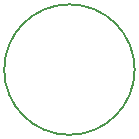
<source format=gbr>
%FSLAX46Y46*%
G04 Gerber Fmt 4.6, Leading zero omitted, Abs format (unit mm)*
G04 Created by KiCad (PCBNEW (2014-jul-16 BZR unknown)-product) date fre 22 aug 2014 16:06:36*
%MOMM*%
G01*
G04 APERTURE LIST*
%ADD10C,0.100000*%
%ADD11C,0.150000*%
G04 APERTURE END LIST*
D10*
D11*
X154022681Y-105000000D02*
G75*
G03X154022681Y-105000000I-5522681J0D01*
G74*
G01*
M02*

</source>
